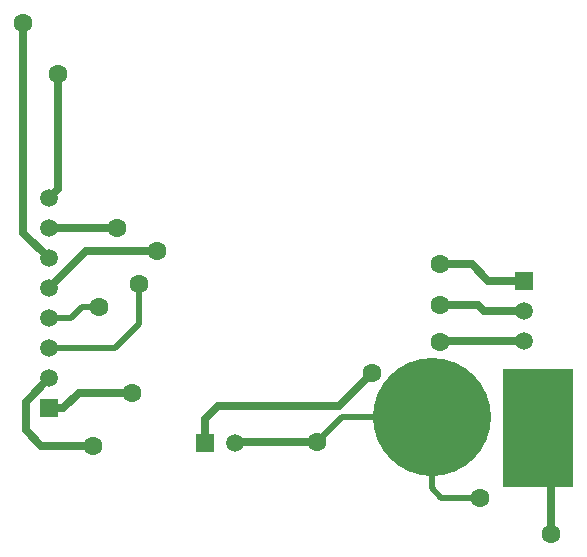
<source format=gbl>
%FSDAX23Y23*%
%MOIN*%
%SFA1B1*%

%IPPOS*%
%ADD15R,0.059050X0.059050*%
%ADD16C,0.020000*%
%ADD17C,0.025000*%
%ADD19C,0.059050*%
%ADD20R,0.059050X0.059050*%
%ADD21C,0.062990*%
%ADD22C,0.393700*%
%ADD23R,0.236220X0.393700*%
%LNcrip2-1*%
%LPD*%
G54D15*
X00659Y00523D03*
G54D16*
X01417Y00374D02*
X01448Y00342D01*
X01578*
X01417Y00374D02*
Y00610D01*
X01118D02*
X01417D01*
X01035Y00527D02*
X01118Y00610D01*
X00215Y00940D02*
X00251Y00976D01*
X00307*
X00140Y00940D02*
X00215D01*
X00440Y00921D02*
Y01055D01*
X00359Y00840D02*
X00440Y00921D01*
X00140Y00840D02*
X00359D01*
G54D17*
X00704Y00649D02*
X01106D01*
X00659Y00604D02*
X00704Y00649D01*
X00659Y00523D02*
Y00604D01*
X01106Y00649D02*
X01216Y00759D01*
X00170Y01370D02*
Y01755D01*
X00140Y01340D02*
X00170Y01370D01*
X00062Y00662D02*
X00140Y00740D01*
X00062Y00566D02*
Y00662D01*
Y00566D02*
X00114Y00515D01*
X00286*
X00287Y00515*
X00187Y00640D02*
X00240Y00692D01*
X00140Y00640D02*
X00187D01*
X00240Y00692D02*
X00417D01*
X00140Y01040D02*
X00265Y01165D01*
X00500*
X00055Y01225D02*
Y01925D01*
X00055Y01925*
X01445Y00985D02*
X01570D01*
X00055Y01225D02*
X00140Y01140D01*
X01445Y01120D02*
X01550D01*
X01605Y01065*
X01725*
X01570Y00985D02*
X01590Y00965D01*
X01725*
X01450Y00865D02*
X01725D01*
X01445Y00860D02*
X01450Y00865D01*
X01815Y00220D02*
Y00530D01*
X01770Y00575D02*
X01815Y00530D01*
X00763Y00527D02*
X01035D01*
X00759Y00523D02*
X00763Y00527D01*
X00140Y01240D02*
X00366D01*
G54D19*
X00140Y01340D03*
Y01240D03*
Y01140D03*
Y01040D03*
Y00940D03*
Y00840D03*
Y00740D03*
X01725Y00865D03*
Y00965D03*
X00759Y00523D03*
G54D20*
X00140Y00640D03*
X01725Y01065D03*
G54D21*
X01578Y00342D03*
X00307Y00976D03*
X00440Y01055D03*
X01035Y00527D03*
X00287Y00515D03*
X00417Y00692D03*
X00500Y01165D03*
X00055Y01925D03*
X01445Y00985D03*
X00170Y01755D03*
X01445Y00860D03*
Y01120D03*
X01815Y00220D03*
X01216Y00759D03*
X00366Y01240D03*
G54D22*
X01417Y00610D03*
G54D23*
X01770Y00575D03*
M02*
</source>
